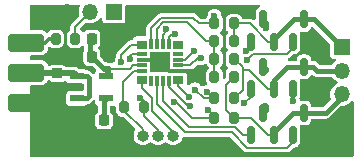
<source format=gbr>
%TF.GenerationSoftware,KiCad,Pcbnew,8.0.4*%
%TF.CreationDate,2024-08-20T23:17:39+09:00*%
%TF.ProjectId,pcb_blheli_s,7063625f-626c-4686-956c-695f732e6b69,rev?*%
%TF.SameCoordinates,Original*%
%TF.FileFunction,Copper,L1,Top*%
%TF.FilePolarity,Positive*%
%FSLAX46Y46*%
G04 Gerber Fmt 4.6, Leading zero omitted, Abs format (unit mm)*
G04 Created by KiCad (PCBNEW 8.0.4) date 2024-08-20 23:17:39*
%MOMM*%
%LPD*%
G01*
G04 APERTURE LIST*
G04 Aperture macros list*
%AMRoundRect*
0 Rectangle with rounded corners*
0 $1 Rounding radius*
0 $2 $3 $4 $5 $6 $7 $8 $9 X,Y pos of 4 corners*
0 Add a 4 corners polygon primitive as box body*
4,1,4,$2,$3,$4,$5,$6,$7,$8,$9,$2,$3,0*
0 Add four circle primitives for the rounded corners*
1,1,$1+$1,$2,$3*
1,1,$1+$1,$4,$5*
1,1,$1+$1,$6,$7*
1,1,$1+$1,$8,$9*
0 Add four rect primitives between the rounded corners*
20,1,$1+$1,$2,$3,$4,$5,0*
20,1,$1+$1,$4,$5,$6,$7,0*
20,1,$1+$1,$6,$7,$8,$9,0*
20,1,$1+$1,$8,$9,$2,$3,0*%
G04 Aperture macros list end*
%TA.AperFunction,SMDPad,CuDef*%
%ADD10RoundRect,0.225000X-0.225000X-0.250000X0.225000X-0.250000X0.225000X0.250000X-0.225000X0.250000X0*%
%TD*%
%TA.AperFunction,CastellatedPad*%
%ADD11RoundRect,0.250000X-1.250000X-0.512000X1.250000X-0.512000X1.250000X0.512000X-1.250000X0.512000X0*%
%TD*%
%TA.AperFunction,ComponentPad*%
%ADD12RoundRect,0.250000X-1.250000X-0.512000X1.250000X-0.512000X1.250000X0.512000X-1.250000X0.512000X0*%
%TD*%
%TA.AperFunction,SMDPad,CuDef*%
%ADD13RoundRect,0.150000X0.150000X-0.587500X0.150000X0.587500X-0.150000X0.587500X-0.150000X-0.587500X0*%
%TD*%
%TA.AperFunction,SMDPad,CuDef*%
%ADD14RoundRect,0.200000X-0.200000X-0.275000X0.200000X-0.275000X0.200000X0.275000X-0.200000X0.275000X0*%
%TD*%
%TA.AperFunction,SMDPad,CuDef*%
%ADD15RoundRect,0.225000X-0.250000X0.225000X-0.250000X-0.225000X0.250000X-0.225000X0.250000X0.225000X0*%
%TD*%
%TA.AperFunction,SMDPad,CuDef*%
%ADD16RoundRect,0.225000X0.225000X0.250000X-0.225000X0.250000X-0.225000X-0.250000X0.225000X-0.250000X0*%
%TD*%
%TA.AperFunction,SMDPad,CuDef*%
%ADD17R,0.900000X0.800000*%
%TD*%
%TA.AperFunction,SMDPad,CuDef*%
%ADD18R,0.900000X0.300000*%
%TD*%
%TA.AperFunction,SMDPad,CuDef*%
%ADD19R,0.300000X0.900000*%
%TD*%
%TA.AperFunction,SMDPad,CuDef*%
%ADD20R,1.800000X1.800000*%
%TD*%
%TA.AperFunction,SMDPad,CuDef*%
%ADD21RoundRect,0.200000X0.200000X0.275000X-0.200000X0.275000X-0.200000X-0.275000X0.200000X-0.275000X0*%
%TD*%
%TA.AperFunction,SMDPad,CuDef*%
%ADD22R,1.200000X0.600000*%
%TD*%
%TA.AperFunction,ComponentPad*%
%ADD23R,1.000000X1.000000*%
%TD*%
%TA.AperFunction,ComponentPad*%
%ADD24O,1.000000X1.000000*%
%TD*%
%TA.AperFunction,ComponentPad*%
%ADD25R,1.350000X1.350000*%
%TD*%
%TA.AperFunction,ComponentPad*%
%ADD26O,1.350000X1.350000*%
%TD*%
%TA.AperFunction,ViaPad*%
%ADD27C,0.600000*%
%TD*%
%TA.AperFunction,Conductor*%
%ADD28C,0.400000*%
%TD*%
%TA.AperFunction,Conductor*%
%ADD29C,0.500000*%
%TD*%
%TA.AperFunction,Conductor*%
%ADD30C,0.300000*%
%TD*%
%TA.AperFunction,Conductor*%
%ADD31C,0.200000*%
%TD*%
%TA.AperFunction,Conductor*%
%ADD32C,0.700000*%
%TD*%
G04 APERTURE END LIST*
D10*
%TO.P,C4,1*%
%TO.N,+3.3V*%
X118825000Y-100400000D03*
%TO.P,C4,2*%
%TO.N,GND*%
X120375000Y-100400000D03*
%TD*%
D11*
%TO.P,J1,1,Pin_1*%
%TO.N,/RC_IN*%
X113300000Y-100720000D03*
D12*
%TO.P,J1,2,Pin_2*%
%TO.N,VDC*%
X113300000Y-103260000D03*
%TO.P,J1,3,Pin_3*%
%TO.N,GND*%
X113300000Y-105800000D03*
%TD*%
D13*
%TO.P,Q6,1,G*%
%TO.N,/COM_C*%
X135850000Y-108537500D03*
%TO.P,Q6,2,S*%
%TO.N,GND*%
X137750000Y-108537500D03*
%TO.P,Q6,3,D*%
%TO.N,Net-(J3-Pin_3)*%
X136800000Y-106662500D03*
%TD*%
D14*
%TO.P,R6,1*%
%TO.N,/MUX_B*%
X129225000Y-105450000D03*
%TO.P,R6,2*%
%TO.N,Net-(J3-Pin_2)*%
X130875000Y-105450000D03*
%TD*%
%TO.P,R8,1*%
%TO.N,/MUX_C*%
X129225000Y-107100000D03*
%TO.P,R8,2*%
%TO.N,Net-(J3-Pin_3)*%
X130875000Y-107100000D03*
%TD*%
D15*
%TO.P,C2,1*%
%TO.N,VDC*%
X115900000Y-103325000D03*
%TO.P,C2,2*%
%TO.N,GND*%
X115900000Y-104875000D03*
%TD*%
D10*
%TO.P,C1,1*%
%TO.N,+3.3V*%
X118825000Y-101900000D03*
%TO.P,C1,2*%
%TO.N,GND*%
X120375000Y-101900000D03*
%TD*%
D16*
%TO.P,C3,1*%
%TO.N,Net-(IC2-NR)*%
X119875000Y-107300000D03*
%TO.P,C3,2*%
%TO.N,GND*%
X118325000Y-107300000D03*
%TD*%
D17*
%TO.P,IC1,1,P0.1*%
%TO.N,/MUX_C*%
X123050000Y-100900000D03*
D18*
%TO.P,IC1,2,P0.0*%
%TO.N,/MUX_B*%
X123050000Y-101650000D03*
%TO.P,IC1,3,GND_1*%
%TO.N,GND*%
X123050000Y-102150000D03*
%TO.P,IC1,4,VDD*%
%TO.N,+3.3V*%
X123050000Y-102650000D03*
%TO.P,IC1,5,RSTB_/_C2CK*%
%TO.N,/C2CK*%
X123050000Y-103150000D03*
D17*
%TO.P,IC1,6,P2.0_/_C2D*%
%TO.N,/C2D*%
X123050000Y-103900000D03*
D19*
%TO.P,IC1,7,P1.6*%
%TO.N,unconnected-(IC1-P1.6-Pad7)*%
X123850000Y-103950000D03*
%TO.P,IC1,8,P1.5*%
%TO.N,/COM_C*%
X124350000Y-103950000D03*
%TO.P,IC1,9,P1.4*%
%TO.N,/PWM_C*%
X124850000Y-103950000D03*
%TO.P,IC1,10,P1.3*%
%TO.N,/COM_B*%
X125350000Y-103950000D03*
D17*
%TO.P,IC1,11,P1.2*%
%TO.N,/PWM_B*%
X126150000Y-103900000D03*
D18*
%TO.P,IC1,12,GND_2*%
%TO.N,GND*%
X126150000Y-103150000D03*
%TO.P,IC1,13,P1.1*%
%TO.N,/COM_A*%
X126150000Y-102650000D03*
%TO.P,IC1,14,P1.0*%
%TO.N,/PWM_A*%
X126150000Y-102150000D03*
%TO.P,IC1,15,P0.7*%
%TO.N,unconnected-(IC1-P0.7-Pad15)*%
X126150000Y-101650000D03*
D17*
%TO.P,IC1,16,P0.6*%
%TO.N,unconnected-(IC1-P0.6-Pad16)*%
X126150000Y-100900000D03*
D19*
%TO.P,IC1,17,P0.5*%
%TO.N,/RX0*%
X125350000Y-100850000D03*
%TO.P,IC1,18,P0.4*%
%TO.N,/TX0*%
X124850000Y-100850000D03*
%TO.P,IC1,19,P0.3*%
%TO.N,/COMP_COM*%
X124350000Y-100850000D03*
%TO.P,IC1,20,P0.2*%
%TO.N,/MUX_A*%
X123850000Y-100850000D03*
D20*
%TO.P,IC1,21,GND_3*%
%TO.N,GND*%
X124600000Y-102400000D03*
%TD*%
D21*
%TO.P,R3,1*%
%TO.N,Net-(J3-Pin_1)*%
X130875000Y-100600000D03*
%TO.P,R3,2*%
%TO.N,/COMP_COM*%
X129225000Y-100600000D03*
%TD*%
%TO.P,R5,1*%
%TO.N,Net-(J3-Pin_2)*%
X130875000Y-102100000D03*
%TO.P,R5,2*%
%TO.N,/COMP_COM*%
X129225000Y-102100000D03*
%TD*%
D22*
%TO.P,IC2,1,VIN*%
%TO.N,VDC*%
X117550000Y-103550000D03*
%TO.P,IC2,2,GND*%
%TO.N,GND*%
X117550000Y-104500000D03*
%TO.P,IC2,3,ENABLE*%
%TO.N,VDC*%
X117550000Y-105450000D03*
%TO.P,IC2,4,NR*%
%TO.N,Net-(IC2-NR)*%
X120050000Y-105450000D03*
%TO.P,IC2,5,VOUT*%
%TO.N,+3.3V*%
X120050000Y-103550000D03*
%TD*%
D21*
%TO.P,R7,1*%
%TO.N,Net-(J3-Pin_3)*%
X130875000Y-103600000D03*
%TO.P,R7,2*%
%TO.N,/COMP_COM*%
X129225000Y-103600000D03*
%TD*%
D23*
%TO.P,J2,1,Pin_1*%
%TO.N,GND*%
X121900000Y-108600000D03*
D24*
%TO.P,J2,2,Pin_2*%
%TO.N,/C2CK*%
X123170000Y-108600000D03*
%TO.P,J2,3,Pin_3*%
%TO.N,+3.3V*%
X124440000Y-108600000D03*
%TO.P,J2,4,Pin_4*%
%TO.N,/C2D*%
X125710000Y-108600000D03*
%TD*%
D13*
%TO.P,Q4,1,G*%
%TO.N,/COM_B*%
X135850000Y-104637500D03*
%TO.P,Q4,2,S*%
%TO.N,GND*%
X137750000Y-104637500D03*
%TO.P,Q4,3,D*%
%TO.N,Net-(J3-Pin_2)*%
X136800000Y-102762500D03*
%TD*%
%TO.P,Q1,1,G*%
%TO.N,/PWM_A*%
X132350000Y-100637500D03*
%TO.P,Q1,2,S*%
%TO.N,Net-(J3-Pin_1)*%
X134250000Y-100637500D03*
%TO.P,Q1,3,D*%
%TO.N,VDC*%
X133300000Y-98762500D03*
%TD*%
D25*
%TO.P,J3,1,Pin_1*%
%TO.N,Net-(J3-Pin_1)*%
X140000000Y-101100000D03*
D26*
%TO.P,J3,2,Pin_2*%
%TO.N,Net-(J3-Pin_2)*%
X140000000Y-103100000D03*
%TO.P,J3,3,Pin_3*%
%TO.N,Net-(J3-Pin_3)*%
X140000000Y-105100000D03*
%TD*%
D13*
%TO.P,Q3,1,G*%
%TO.N,/PWM_B*%
X132350000Y-104637500D03*
%TO.P,Q3,2,S*%
%TO.N,Net-(J3-Pin_2)*%
X134250000Y-104637500D03*
%TO.P,Q3,3,D*%
%TO.N,VDC*%
X133300000Y-102762500D03*
%TD*%
D14*
%TO.P,R4,1*%
%TO.N,/MUX_A*%
X129225000Y-99100000D03*
%TO.P,R4,2*%
%TO.N,Net-(J3-Pin_1)*%
X130875000Y-99100000D03*
%TD*%
D21*
%TO.P,R2,1*%
%TO.N,/RX0*%
X117425000Y-100400000D03*
%TO.P,R2,2*%
%TO.N,/RC_IN*%
X115775000Y-100400000D03*
%TD*%
D13*
%TO.P,Q5,1,G*%
%TO.N,/PWM_C*%
X132350000Y-108537500D03*
%TO.P,Q5,2,S*%
%TO.N,Net-(J3-Pin_3)*%
X134250000Y-108537500D03*
%TO.P,Q5,3,D*%
%TO.N,VDC*%
X133300000Y-106662500D03*
%TD*%
D25*
%TO.P,J4,1,Pin_1*%
%TO.N,/TX0*%
X120700000Y-98100000D03*
D26*
%TO.P,J4,2,Pin_2*%
%TO.N,/RX0*%
X118700000Y-98100000D03*
%TO.P,J4,3,Pin_3*%
%TO.N,GND*%
X116700000Y-98100000D03*
%TD*%
D13*
%TO.P,Q2,1,G*%
%TO.N,/COM_A*%
X135850000Y-100637500D03*
%TO.P,Q2,2,S*%
%TO.N,GND*%
X137750000Y-100637500D03*
%TO.P,Q2,3,D*%
%TO.N,Net-(J3-Pin_1)*%
X136800000Y-98762500D03*
%TD*%
D21*
%TO.P,R1,1*%
%TO.N,+3.3V*%
X123225000Y-106200000D03*
%TO.P,R1,2*%
%TO.N,/C2CK*%
X121575000Y-106200000D03*
%TD*%
D27*
%TO.N,GND*%
X121200000Y-107600000D03*
X128000000Y-109200000D03*
X130200000Y-109200000D03*
X127900000Y-97800000D03*
X128000000Y-103800000D03*
X138400000Y-101000000D03*
X117700000Y-101800000D03*
X128000000Y-103000000D03*
X138400000Y-101700000D03*
X138600000Y-109300000D03*
X132100000Y-98400000D03*
X120286625Y-101050000D03*
X138500000Y-105300000D03*
X138500000Y-104600000D03*
X138600000Y-108600000D03*
%TO.N,+3.3V*%
X122900000Y-105400000D03*
X120250000Y-102950000D03*
%TO.N,VDC*%
X133578989Y-99471011D03*
X133520362Y-106200000D03*
X133578989Y-103000000D03*
%TO.N,/MUX_A*%
X129225000Y-98500000D03*
%TO.N,/COM_B*%
X135850000Y-105650000D03*
X127155554Y-106092809D03*
%TO.N,/PWM_B*%
X127048528Y-105300000D03*
X131759173Y-105873513D03*
%TO.N,/MUX_B*%
X122054275Y-102085704D03*
X128600000Y-104900000D03*
X127576584Y-104699034D03*
%TO.N,/PWM_A*%
X131900000Y-101400000D03*
X127500000Y-101400000D03*
%TO.N,/TX0*%
X125151473Y-99600000D03*
%TO.N,/MUX_C*%
X125775735Y-105724265D03*
X121299192Y-102350000D03*
X128700000Y-106425000D03*
%TO.N,/COM_A*%
X128065687Y-102000000D03*
X132000000Y-102200000D03*
%TO.N,/RX0*%
X125900000Y-99999998D03*
%TD*%
D28*
%TO.N,GND*%
X138400000Y-101287500D02*
X137750000Y-100637500D01*
X138400000Y-101700000D02*
X138400000Y-101287500D01*
%TO.N,Net-(J3-Pin_2)*%
X137900000Y-103100000D02*
X140000000Y-103100000D01*
X137562500Y-102762500D02*
X137900000Y-103100000D01*
X136800000Y-102762500D02*
X137562500Y-102762500D01*
D29*
%TO.N,VDC*%
X115835000Y-103260000D02*
X115900000Y-103325000D01*
X113300000Y-103260000D02*
X115835000Y-103260000D01*
D30*
%TO.N,/RC_IN*%
X114910000Y-100720000D02*
X113938500Y-100720000D01*
X115230000Y-100400000D02*
X114910000Y-100720000D01*
X115775000Y-100400000D02*
X115230000Y-100400000D01*
D31*
%TO.N,/MUX_C*%
X122200000Y-100900000D02*
X123050000Y-100900000D01*
X121299192Y-101800808D02*
X122200000Y-100900000D01*
X121299192Y-102350000D02*
X121299192Y-101800808D01*
%TO.N,/C2D*%
X125710000Y-108310000D02*
X125710000Y-108600000D01*
X123925000Y-106525000D02*
X125710000Y-108310000D01*
X123925000Y-105425000D02*
X123925000Y-106525000D01*
X123050000Y-104550000D02*
X123925000Y-105425000D01*
X123050000Y-103900000D02*
X123050000Y-104550000D01*
%TO.N,/COM_C*%
X135400000Y-109600000D02*
X135850000Y-109150000D01*
X135850000Y-109150000D02*
X135850000Y-108537500D01*
X132000000Y-109600000D02*
X135400000Y-109600000D01*
X126709254Y-108300000D02*
X130700000Y-108300000D01*
X124350000Y-105940746D02*
X126709254Y-108300000D01*
X130700000Y-108300000D02*
X132000000Y-109600000D01*
X124350000Y-103950000D02*
X124350000Y-105940746D01*
%TO.N,/PWM_C*%
X131000000Y-107900000D02*
X131637500Y-108537500D01*
X131637500Y-108537500D02*
X132350000Y-108537500D01*
X127102941Y-107900000D02*
X131000000Y-107900000D01*
X124850000Y-105647059D02*
X127102941Y-107900000D01*
X124850000Y-103950000D02*
X124850000Y-105647059D01*
%TO.N,/MUX_A*%
X127900000Y-99100000D02*
X129225000Y-99100000D01*
X127400000Y-98600000D02*
X127900000Y-99100000D01*
X124737258Y-98600000D02*
X127400000Y-98600000D01*
X123850000Y-99487258D02*
X124737258Y-98600000D01*
X123850000Y-100850000D02*
X123850000Y-99487258D01*
%TO.N,/COMP_COM*%
X128500000Y-100600000D02*
X129225000Y-100600000D01*
X124902944Y-99000000D02*
X126900000Y-99000000D01*
X126900000Y-99000000D02*
X128500000Y-100600000D01*
X124350000Y-100850000D02*
X124350000Y-99552944D01*
X124350000Y-99552944D02*
X124902944Y-99000000D01*
%TO.N,/TX0*%
X125151473Y-99748527D02*
X124850000Y-100050000D01*
X124850000Y-100050000D02*
X124850000Y-100850000D01*
X125151473Y-99600000D02*
X125151473Y-99748527D01*
%TO.N,/RX0*%
X125350000Y-100250000D02*
X125350000Y-100850000D01*
X125600002Y-99999998D02*
X125350000Y-100250000D01*
X125900000Y-99999998D02*
X125600002Y-99999998D01*
%TO.N,/COM_A*%
X135850000Y-101150000D02*
X135850000Y-100637500D01*
X135325000Y-101675000D02*
X135850000Y-101150000D01*
X132525000Y-101675000D02*
X135325000Y-101675000D01*
X132000000Y-102200000D02*
X132525000Y-101675000D01*
D28*
%TO.N,Net-(J3-Pin_2)*%
X135337500Y-102762500D02*
X136800000Y-102762500D01*
X134250000Y-103850000D02*
X135337500Y-102762500D01*
X134250000Y-104637500D02*
X134250000Y-103850000D01*
D31*
%TO.N,Net-(J3-Pin_1)*%
X132259448Y-99100000D02*
X133796948Y-100637500D01*
X133796948Y-100637500D02*
X134250000Y-100637500D01*
X130875000Y-99100000D02*
X132259448Y-99100000D01*
%TO.N,Net-(J3-Pin_2)*%
X133796948Y-104637500D02*
X134250000Y-104637500D01*
X132159448Y-103000000D02*
X133796948Y-104637500D01*
X131600000Y-103000000D02*
X132159448Y-103000000D01*
X131600000Y-103000000D02*
X131600000Y-102825000D01*
X131600000Y-103700000D02*
X131600000Y-103000000D01*
%TO.N,Net-(J3-Pin_3)*%
X132290552Y-107100000D02*
X133728052Y-108537500D01*
X130875000Y-107100000D02*
X132290552Y-107100000D01*
X133728052Y-108537500D02*
X134250000Y-108537500D01*
D28*
X140000000Y-105300000D02*
X140000000Y-105100000D01*
X135837500Y-106662500D02*
X136800000Y-106662500D01*
X136800000Y-106662500D02*
X138637500Y-106662500D01*
X134250000Y-108537500D02*
X134250000Y-108250000D01*
X138637500Y-106662500D02*
X140000000Y-105300000D01*
X134250000Y-108250000D02*
X135837500Y-106662500D01*
D32*
%TO.N,VDC*%
X133520362Y-106442138D02*
X133300000Y-106662500D01*
D28*
X133300000Y-106562500D02*
X133300000Y-106662500D01*
X133250000Y-106512500D02*
X133300000Y-106562500D01*
D32*
X133520362Y-106200000D02*
X133520362Y-106442138D01*
D31*
%TO.N,/COM_B*%
X135850000Y-105650000D02*
X135850000Y-104637500D01*
D28*
%TO.N,VDC*%
X133537500Y-103000000D02*
X133300000Y-102762500D01*
X133578989Y-103000000D02*
X133537500Y-103000000D01*
D31*
%TO.N,/PWM_B*%
X132350000Y-105282686D02*
X132350000Y-104637500D01*
X131759173Y-105873513D02*
X132350000Y-105282686D01*
D28*
%TO.N,Net-(J3-Pin_1)*%
X137662500Y-98762500D02*
X140000000Y-101100000D01*
X136800000Y-98762500D02*
X137662500Y-98762500D01*
X135937500Y-98762500D02*
X136800000Y-98762500D01*
X134250000Y-100637500D02*
X134250000Y-100450000D01*
X134250000Y-100450000D02*
X135937500Y-98762500D01*
%TO.N,VDC*%
X133578989Y-99471011D02*
X133578989Y-99041489D01*
D31*
%TO.N,/PWM_A*%
X132350000Y-100950000D02*
X132350000Y-100637500D01*
X131900000Y-101400000D02*
X132350000Y-100950000D01*
D28*
%TO.N,VDC*%
X133578989Y-99041489D02*
X133300000Y-98762500D01*
D31*
%TO.N,/COM_A*%
X127150000Y-102650000D02*
X126150000Y-102650000D01*
D30*
%TO.N,GND*%
X127850000Y-103150000D02*
X126150000Y-103150000D01*
D31*
%TO.N,/COM_A*%
X128065687Y-102000000D02*
X127800000Y-102000000D01*
%TO.N,/COM_B*%
X125350000Y-104450000D02*
X125350000Y-103950000D01*
%TO.N,/PWM_B*%
X127048528Y-105300000D02*
X126150000Y-104401472D01*
%TO.N,/COM_B*%
X127155554Y-106092809D02*
X126992809Y-106092809D01*
%TO.N,/C2CK*%
X121500000Y-104050000D02*
X122400000Y-103150000D01*
X122400000Y-103150000D02*
X123050000Y-103150000D01*
%TO.N,+3.3V*%
X122334314Y-102650000D02*
X123050000Y-102650000D01*
X122034314Y-102950000D02*
X122334314Y-102650000D01*
X120250000Y-102950000D02*
X122034314Y-102950000D01*
%TO.N,/MUX_B*%
X122250000Y-101650000D02*
X123050000Y-101650000D01*
D30*
%TO.N,GND*%
X123050000Y-102150000D02*
X124350000Y-102150000D01*
D31*
%TO.N,/MUX_B*%
X122054275Y-101845725D02*
X122250000Y-101650000D01*
D30*
%TO.N,GND*%
X126150000Y-103150000D02*
X125350000Y-103150000D01*
X124350000Y-102150000D02*
X124600000Y-102400000D01*
X128000000Y-103000000D02*
X127850000Y-103150000D01*
D31*
%TO.N,/COM_A*%
X127800000Y-102000000D02*
X127150000Y-102650000D01*
%TO.N,/PWM_A*%
X127500000Y-101400000D02*
X126750000Y-102150000D01*
X126750000Y-102150000D02*
X126150000Y-102150000D01*
D30*
%TO.N,GND*%
X125350000Y-103150000D02*
X124600000Y-102400000D01*
D31*
%TO.N,/MUX_B*%
X122054275Y-102085704D02*
X122054275Y-101845725D01*
%TO.N,/C2CK*%
X121500000Y-106125000D02*
X121500000Y-104050000D01*
%TO.N,/COM_B*%
X126992809Y-106092809D02*
X125350000Y-104450000D01*
%TO.N,/C2CK*%
X121575000Y-106200000D02*
X121500000Y-106125000D01*
%TO.N,/PWM_B*%
X126150000Y-104401472D02*
X126150000Y-103900000D01*
D30*
%TO.N,+3.3V*%
X122900000Y-105400000D02*
X123225000Y-105725000D01*
X123225000Y-105725000D02*
X123225000Y-106200000D01*
D28*
%TO.N,Net-(IC2-NR)*%
X119875000Y-107300000D02*
X119875000Y-105625000D01*
X119875000Y-105625000D02*
X120050000Y-105450000D01*
D30*
%TO.N,GND*%
X120286625Y-101050000D02*
X120286625Y-101811625D01*
X120286625Y-101811625D02*
X120375000Y-101900000D01*
D31*
%TO.N,+3.3V*%
X124440000Y-108600000D02*
X124440000Y-108140000D01*
D28*
X118700000Y-100525000D02*
X118700000Y-101775000D01*
X118825000Y-100400000D02*
X118700000Y-100525000D01*
D31*
X123225000Y-106925000D02*
X123225000Y-106200000D01*
D28*
X118700000Y-101775000D02*
X118825000Y-101900000D01*
D29*
X120250000Y-103350000D02*
X120050000Y-103550000D01*
D28*
X119875000Y-102950000D02*
X118825000Y-101900000D01*
D29*
X120250000Y-102950000D02*
X120250000Y-103350000D01*
D31*
X124440000Y-108140000D02*
X123225000Y-106925000D01*
D28*
X120250000Y-102950000D02*
X119875000Y-102950000D01*
%TO.N,VDC*%
X118400000Y-103550000D02*
X118600000Y-103750000D01*
X117550000Y-103550000D02*
X118400000Y-103550000D01*
X118600000Y-103750000D02*
X118600000Y-105250000D01*
X118400000Y-105450000D02*
X117550000Y-105450000D01*
D29*
X117325000Y-103325000D02*
X117550000Y-103550000D01*
D28*
X118600000Y-105250000D02*
X118400000Y-105450000D01*
D29*
X115900000Y-103325000D02*
X117325000Y-103325000D01*
D31*
%TO.N,/MUX_A*%
X129225000Y-99100000D02*
X129225000Y-98500000D01*
%TO.N,/MUX_B*%
X127576584Y-104699034D02*
X128327550Y-105450000D01*
X128675000Y-104900000D02*
X129225000Y-105450000D01*
X128600000Y-104900000D02*
X128675000Y-104900000D01*
X128327550Y-105450000D02*
X129225000Y-105450000D01*
%TO.N,/MUX_C*%
X127314216Y-107100000D02*
X129225000Y-107100000D01*
X129225000Y-106950000D02*
X129225000Y-107100000D01*
X128700000Y-106425000D02*
X129225000Y-106950000D01*
X125938481Y-105724265D02*
X127314216Y-107100000D01*
X125775735Y-105724265D02*
X125938481Y-105724265D01*
%TO.N,/RX0*%
X117425000Y-99375000D02*
X117425000Y-100400000D01*
X118700000Y-98100000D02*
X117425000Y-99375000D01*
%TO.N,/C2CK*%
X123170000Y-108070000D02*
X121575000Y-106475000D01*
X123170000Y-108600000D02*
X123170000Y-108070000D01*
X121575000Y-106475000D02*
X121575000Y-106200000D01*
%TO.N,/COMP_COM*%
X129225000Y-100600000D02*
X129225000Y-103600000D01*
%TO.N,Net-(J3-Pin_2)*%
X130875000Y-105450000D02*
X131600000Y-104725000D01*
X131600000Y-104725000D02*
X131600000Y-103700000D01*
X131600000Y-102825000D02*
X130875000Y-102100000D01*
X130875000Y-102115552D02*
X130875000Y-102100000D01*
%TO.N,Net-(J3-Pin_1)*%
X130875000Y-99100000D02*
X130875000Y-100600000D01*
%TO.N,Net-(J3-Pin_3)*%
X130875000Y-107100000D02*
X130175000Y-106400000D01*
X130175000Y-104300000D02*
X130875000Y-103600000D01*
X130175000Y-106400000D02*
X130175000Y-104300000D01*
%TD*%
%TA.AperFunction,Conductor*%
%TO.N,GND*%
G36*
X115243569Y-103899938D02*
G01*
X115269807Y-103919964D01*
X115274920Y-103925077D01*
X115390023Y-104012363D01*
X115390024Y-104012363D01*
X115390025Y-104012364D01*
X115524410Y-104065359D01*
X115608856Y-104075500D01*
X115608862Y-104075500D01*
X116191138Y-104075500D01*
X116191144Y-104075500D01*
X116275590Y-104065359D01*
X116409975Y-104012364D01*
X116497161Y-103946248D01*
X116562470Y-103921425D01*
X116630834Y-103935852D01*
X116680545Y-103984949D01*
X116685519Y-103994965D01*
X116697794Y-104022765D01*
X116777235Y-104102206D01*
X116880009Y-104147585D01*
X116905135Y-104150500D01*
X117975500Y-104150499D01*
X118042539Y-104170183D01*
X118088294Y-104222987D01*
X118099500Y-104274499D01*
X118099500Y-104725500D01*
X118079815Y-104792539D01*
X118027011Y-104838294D01*
X117975500Y-104849500D01*
X116905143Y-104849500D01*
X116905117Y-104849502D01*
X116880012Y-104852413D01*
X116880008Y-104852415D01*
X116777235Y-104897793D01*
X116697794Y-104977234D01*
X116652415Y-105080006D01*
X116652415Y-105080008D01*
X116649500Y-105105131D01*
X116649500Y-105794856D01*
X116649502Y-105794882D01*
X116652413Y-105819987D01*
X116652415Y-105819991D01*
X116697793Y-105922764D01*
X116697794Y-105922765D01*
X116777235Y-106002206D01*
X116880009Y-106047585D01*
X116905135Y-106050500D01*
X118194864Y-106050499D01*
X118194879Y-106050497D01*
X118194882Y-106050497D01*
X118219987Y-106047586D01*
X118219988Y-106047585D01*
X118219991Y-106047585D01*
X118322765Y-106002206D01*
X118338152Y-105986819D01*
X118399475Y-105953334D01*
X118425833Y-105950500D01*
X118465890Y-105950500D01*
X118465892Y-105950500D01*
X118593186Y-105916392D01*
X118707314Y-105850500D01*
X118937821Y-105619992D01*
X118999142Y-105586509D01*
X119068833Y-105591493D01*
X119124767Y-105633364D01*
X119149184Y-105698829D01*
X119149500Y-105707674D01*
X119149500Y-105794855D01*
X119149502Y-105794882D01*
X119152413Y-105819987D01*
X119152415Y-105819991D01*
X119197793Y-105922764D01*
X119197794Y-105922765D01*
X119277235Y-106002206D01*
X119293757Y-106009501D01*
X119300585Y-106012516D01*
X119353962Y-106057601D01*
X119374490Y-106124387D01*
X119374500Y-106125951D01*
X119374500Y-106537819D01*
X119354815Y-106604858D01*
X119325426Y-106636622D01*
X119274922Y-106674920D01*
X119187636Y-106790023D01*
X119134640Y-106924411D01*
X119132093Y-106945626D01*
X119124500Y-107008856D01*
X119124500Y-107591144D01*
X119127645Y-107617331D01*
X119134640Y-107675588D01*
X119187636Y-107809976D01*
X119274921Y-107925078D01*
X119390023Y-108012363D01*
X119390024Y-108012363D01*
X119390025Y-108012364D01*
X119524410Y-108065359D01*
X119608856Y-108075500D01*
X119608862Y-108075500D01*
X120141138Y-108075500D01*
X120141144Y-108075500D01*
X120225590Y-108065359D01*
X120359975Y-108012364D01*
X120475078Y-107925078D01*
X120562364Y-107809975D01*
X120615359Y-107675590D01*
X120625500Y-107591144D01*
X120625500Y-107008856D01*
X120615359Y-106924410D01*
X120562364Y-106790025D01*
X120562363Y-106790024D01*
X120562363Y-106790023D01*
X120475077Y-106674920D01*
X120424574Y-106636622D01*
X120383051Y-106580429D01*
X120375500Y-106537819D01*
X120375500Y-106174499D01*
X120395185Y-106107460D01*
X120447989Y-106061705D01*
X120499500Y-106050499D01*
X120694856Y-106050499D01*
X120694864Y-106050499D01*
X120694879Y-106050497D01*
X120694882Y-106050497D01*
X120729258Y-106046511D01*
X120729473Y-106048373D01*
X120787788Y-106049530D01*
X120845805Y-106088463D01*
X120873564Y-106152582D01*
X120874500Y-106167791D01*
X120874500Y-106522869D01*
X120874501Y-106522876D01*
X120880908Y-106582483D01*
X120931202Y-106717328D01*
X120931206Y-106717335D01*
X121017452Y-106832544D01*
X121017455Y-106832547D01*
X121132664Y-106918793D01*
X121132671Y-106918797D01*
X121161566Y-106929574D01*
X121267517Y-106969091D01*
X121327127Y-106975500D01*
X121457743Y-106975499D01*
X121524783Y-106995183D01*
X121545425Y-107011818D01*
X122505437Y-107971830D01*
X122538922Y-108033153D01*
X122533938Y-108102845D01*
X122522750Y-108125483D01*
X122444211Y-108250476D01*
X122384631Y-108420745D01*
X122384630Y-108420750D01*
X122364435Y-108599996D01*
X122364435Y-108600003D01*
X122384630Y-108779249D01*
X122384631Y-108779254D01*
X122444211Y-108949523D01*
X122488885Y-109020620D01*
X122540184Y-109102262D01*
X122667738Y-109229816D01*
X122820478Y-109325789D01*
X122855038Y-109337882D01*
X122990745Y-109385368D01*
X122990750Y-109385369D01*
X123169996Y-109405565D01*
X123170000Y-109405565D01*
X123170004Y-109405565D01*
X123349249Y-109385369D01*
X123349252Y-109385368D01*
X123349255Y-109385368D01*
X123519522Y-109325789D01*
X123672262Y-109229816D01*
X123717319Y-109184759D01*
X123778642Y-109151274D01*
X123848334Y-109156258D01*
X123892681Y-109184759D01*
X123937738Y-109229816D01*
X124090478Y-109325789D01*
X124125038Y-109337882D01*
X124260745Y-109385368D01*
X124260750Y-109385369D01*
X124439996Y-109405565D01*
X124440000Y-109405565D01*
X124440004Y-109405565D01*
X124619249Y-109385369D01*
X124619252Y-109385368D01*
X124619255Y-109385368D01*
X124789522Y-109325789D01*
X124942262Y-109229816D01*
X124987319Y-109184759D01*
X125048642Y-109151274D01*
X125118334Y-109156258D01*
X125162681Y-109184759D01*
X125207738Y-109229816D01*
X125360478Y-109325789D01*
X125395038Y-109337882D01*
X125530745Y-109385368D01*
X125530750Y-109385369D01*
X125709996Y-109405565D01*
X125710000Y-109405565D01*
X125710004Y-109405565D01*
X125889249Y-109385369D01*
X125889252Y-109385368D01*
X125889255Y-109385368D01*
X126059522Y-109325789D01*
X126212262Y-109229816D01*
X126339816Y-109102262D01*
X126435789Y-108949522D01*
X126495368Y-108779255D01*
X126495368Y-108779254D01*
X126496378Y-108776369D01*
X126537100Y-108719592D01*
X126602053Y-108693845D01*
X126645512Y-108697548D01*
X126656527Y-108700500D01*
X126761981Y-108700500D01*
X130482745Y-108700500D01*
X130549784Y-108720185D01*
X130570426Y-108736819D01*
X131675179Y-109841571D01*
X131675189Y-109841582D01*
X131679519Y-109845912D01*
X131679520Y-109845913D01*
X131754087Y-109920480D01*
X131845413Y-109973207D01*
X131947273Y-110000501D01*
X131947275Y-110000501D01*
X132060323Y-110000501D01*
X132060339Y-110000500D01*
X135452725Y-110000500D01*
X135452727Y-110000500D01*
X135554588Y-109973207D01*
X135645913Y-109920480D01*
X135954574Y-109611819D01*
X136015897Y-109578334D01*
X136042255Y-109575500D01*
X136054270Y-109575500D01*
X136084699Y-109572646D01*
X136084701Y-109572646D01*
X136148790Y-109550219D01*
X136212882Y-109527793D01*
X136322150Y-109447150D01*
X136402793Y-109337882D01*
X136440607Y-109229816D01*
X136447646Y-109209701D01*
X136447646Y-109209699D01*
X136450500Y-109179269D01*
X136450500Y-107895730D01*
X136447646Y-107865301D01*
X136446845Y-107863011D01*
X136446753Y-107861210D01*
X136446036Y-107857927D01*
X136446579Y-107857808D01*
X136443284Y-107793232D01*
X136478013Y-107732605D01*
X136540007Y-107700378D01*
X136575464Y-107698599D01*
X136595734Y-107700500D01*
X137004270Y-107700500D01*
X137034699Y-107697646D01*
X137034701Y-107697646D01*
X137098790Y-107675219D01*
X137162882Y-107652793D01*
X137272150Y-107572150D01*
X137352793Y-107462882D01*
X137384654Y-107371829D01*
X137397646Y-107334701D01*
X137397646Y-107334699D01*
X137400500Y-107304269D01*
X137400500Y-107287000D01*
X137420185Y-107219961D01*
X137472989Y-107174206D01*
X137524500Y-107163000D01*
X138703390Y-107163000D01*
X138703392Y-107163000D01*
X138830686Y-107128892D01*
X138944814Y-107063000D01*
X139892616Y-106115196D01*
X139953937Y-106081713D01*
X139992449Y-106079476D01*
X140000000Y-106080220D01*
X140191231Y-106061385D01*
X140375114Y-106005605D01*
X140391741Y-105996718D01*
X140505248Y-105936047D01*
X140544581Y-105915023D01*
X140693120Y-105793120D01*
X140732262Y-105745425D01*
X140779647Y-105687687D01*
X140837392Y-105648353D01*
X140907237Y-105646482D01*
X140967005Y-105682669D01*
X140997721Y-105745425D01*
X140999500Y-105766352D01*
X140999500Y-110275500D01*
X140979815Y-110342539D01*
X140927011Y-110388294D01*
X140875500Y-110399500D01*
X113724500Y-110399500D01*
X113657461Y-110379815D01*
X113611706Y-110327011D01*
X113600500Y-110275500D01*
X113600500Y-104446500D01*
X113620185Y-104379461D01*
X113672989Y-104333706D01*
X113724500Y-104322500D01*
X114593097Y-104322500D01*
X114593102Y-104322500D01*
X114681564Y-104311877D01*
X114822342Y-104256361D01*
X114942922Y-104164922D01*
X115034361Y-104044342D01*
X115066772Y-103962153D01*
X115109677Y-103907011D01*
X115175585Y-103883818D01*
X115243569Y-103899938D01*
G37*
%TD.AperFunction*%
%TA.AperFunction,Conductor*%
G36*
X137540204Y-103456163D02*
G01*
X137570690Y-103478504D01*
X137592686Y-103500500D01*
X137688300Y-103555703D01*
X137700734Y-103562882D01*
X137706814Y-103566392D01*
X137834107Y-103600500D01*
X137834108Y-103600500D01*
X139090153Y-103600500D01*
X139157192Y-103620185D01*
X139186006Y-103645835D01*
X139306879Y-103793120D01*
X139455417Y-103915022D01*
X139455424Y-103915027D01*
X139596890Y-103990642D01*
X139646735Y-104039604D01*
X139662195Y-104107742D01*
X139638363Y-104173422D01*
X139596890Y-104209358D01*
X139455424Y-104284972D01*
X139455417Y-104284977D01*
X139306879Y-104406879D01*
X139184977Y-104555417D01*
X139184973Y-104555424D01*
X139094396Y-104724881D01*
X139038614Y-104908770D01*
X139019780Y-105100000D01*
X139038614Y-105291229D01*
X139078098Y-105421390D01*
X139078721Y-105491257D01*
X139047118Y-105545066D01*
X138466505Y-106125681D01*
X138405182Y-106159166D01*
X138378824Y-106162000D01*
X137524500Y-106162000D01*
X137457461Y-106142315D01*
X137411706Y-106089511D01*
X137400500Y-106038000D01*
X137400500Y-106020730D01*
X137397646Y-105990300D01*
X137397646Y-105990298D01*
X137352793Y-105862119D01*
X137352792Y-105862117D01*
X137272150Y-105752850D01*
X137162882Y-105672207D01*
X137162880Y-105672206D01*
X137034700Y-105627353D01*
X137004270Y-105624500D01*
X137004266Y-105624500D01*
X136595734Y-105624500D01*
X136587087Y-105625310D01*
X136572995Y-105626632D01*
X136504411Y-105613290D01*
X136453927Y-105564988D01*
X136438482Y-105519356D01*
X136437902Y-105514951D01*
X136435044Y-105493238D01*
X136425174Y-105469411D01*
X136417705Y-105399944D01*
X136422690Y-105381016D01*
X136447646Y-105309699D01*
X136450500Y-105279266D01*
X136450500Y-103995734D01*
X136450439Y-103995087D01*
X136447646Y-103965301D01*
X136446845Y-103963011D01*
X136446753Y-103961210D01*
X136446036Y-103957927D01*
X136446579Y-103957808D01*
X136443284Y-103893232D01*
X136478013Y-103832605D01*
X136540007Y-103800378D01*
X136575464Y-103798599D01*
X136595734Y-103800500D01*
X137004270Y-103800500D01*
X137034699Y-103797646D01*
X137034701Y-103797646D01*
X137109509Y-103771469D01*
X137162882Y-103752793D01*
X137272150Y-103672150D01*
X137352793Y-103562882D01*
X137365968Y-103525230D01*
X137406690Y-103468454D01*
X137471642Y-103442707D01*
X137540204Y-103456163D01*
G37*
%TD.AperFunction*%
%TA.AperFunction,Conductor*%
G36*
X128507519Y-102509244D02*
G01*
X128557512Y-102558054D01*
X128565581Y-102575445D01*
X128581203Y-102617329D01*
X128581206Y-102617335D01*
X128667452Y-102732544D01*
X128667453Y-102732544D01*
X128667454Y-102732546D01*
X128691575Y-102750603D01*
X128691750Y-102750734D01*
X128733620Y-102806668D01*
X128738604Y-102876360D01*
X128705118Y-102937683D01*
X128691750Y-102949266D01*
X128667452Y-102967455D01*
X128581206Y-103082664D01*
X128581202Y-103082671D01*
X128530910Y-103217513D01*
X128530909Y-103217517D01*
X128524500Y-103277127D01*
X128524500Y-103277134D01*
X128524500Y-103277135D01*
X128524500Y-103922870D01*
X128524501Y-103922876D01*
X128530908Y-103982483D01*
X128581202Y-104117328D01*
X128585454Y-104125114D01*
X128582397Y-104126783D01*
X128600957Y-104176632D01*
X128586066Y-104244896D01*
X128536632Y-104294273D01*
X128493454Y-104308344D01*
X128443238Y-104314956D01*
X128443237Y-104314956D01*
X128297158Y-104375464D01*
X128262132Y-104402340D01*
X128196962Y-104427533D01*
X128128518Y-104413494D01*
X128088273Y-104379451D01*
X128007741Y-104274499D01*
X128004867Y-104270753D01*
X127974267Y-104247273D01*
X127879425Y-104174498D01*
X127876827Y-104173422D01*
X127733346Y-104113990D01*
X127733344Y-104113989D01*
X127576585Y-104093352D01*
X127576583Y-104093352D01*
X127419823Y-104113989D01*
X127419821Y-104113990D01*
X127273744Y-104174497D01*
X127273743Y-104174498D01*
X127148302Y-104270752D01*
X127148300Y-104270753D01*
X127148299Y-104270755D01*
X127122873Y-104303890D01*
X127066445Y-104345092D01*
X126996699Y-104349245D01*
X126935779Y-104315032D01*
X126903027Y-104253314D01*
X126900499Y-104228410D01*
X126900499Y-103455136D01*
X126899058Y-103442707D01*
X126897586Y-103430012D01*
X126897585Y-103430010D01*
X126897585Y-103430009D01*
X126852206Y-103327235D01*
X126787152Y-103262181D01*
X126753667Y-103200858D01*
X126758651Y-103131166D01*
X126800523Y-103075233D01*
X126865987Y-103050816D01*
X126874833Y-103050500D01*
X127202725Y-103050500D01*
X127202727Y-103050500D01*
X127304588Y-103023207D01*
X127395913Y-102970480D01*
X127760129Y-102606262D01*
X127821450Y-102572779D01*
X127891141Y-102577763D01*
X127895239Y-102579374D01*
X127908925Y-102585044D01*
X128049349Y-102603531D01*
X128065686Y-102605682D01*
X128065687Y-102605682D01*
X128065688Y-102605682D01*
X128117941Y-102598802D01*
X128222449Y-102585044D01*
X128368528Y-102524536D01*
X128373909Y-102520406D01*
X128439074Y-102495210D01*
X128507519Y-102509244D01*
G37*
%TD.AperFunction*%
%TA.AperFunction,Conductor*%
G36*
X133050839Y-97520185D02*
G01*
X133096594Y-97572989D01*
X133106538Y-97642147D01*
X133077513Y-97705703D01*
X133024755Y-97741541D01*
X132937119Y-97772206D01*
X132937117Y-97772207D01*
X132827850Y-97852850D01*
X132747207Y-97962117D01*
X132747206Y-97962119D01*
X132702353Y-98090298D01*
X132702353Y-98090300D01*
X132699500Y-98120730D01*
X132699500Y-98677041D01*
X132679815Y-98744080D01*
X132627011Y-98789835D01*
X132557853Y-98799779D01*
X132513768Y-98781211D01*
X132512399Y-98783584D01*
X132505362Y-98779521D01*
X132505361Y-98779520D01*
X132443978Y-98744080D01*
X132414037Y-98726793D01*
X132363105Y-98713146D01*
X132312175Y-98699500D01*
X132312174Y-98699500D01*
X131648467Y-98699500D01*
X131581428Y-98679815D01*
X131535673Y-98627011D01*
X131532285Y-98618834D01*
X131518796Y-98582669D01*
X131518793Y-98582664D01*
X131432547Y-98467455D01*
X131432544Y-98467452D01*
X131317335Y-98381206D01*
X131317328Y-98381202D01*
X131182486Y-98330910D01*
X131182485Y-98330909D01*
X131182483Y-98330909D01*
X131122873Y-98324500D01*
X131122863Y-98324500D01*
X130627129Y-98324500D01*
X130627123Y-98324501D01*
X130567516Y-98330908D01*
X130432671Y-98381202D01*
X130432664Y-98381206D01*
X130317455Y-98467452D01*
X130317452Y-98467455D01*
X130231206Y-98582664D01*
X130231202Y-98582671D01*
X130181862Y-98714961D01*
X130180909Y-98717517D01*
X130174500Y-98777127D01*
X130174500Y-98777134D01*
X130174500Y-98777135D01*
X130174500Y-99422870D01*
X130174501Y-99422876D01*
X130180908Y-99482483D01*
X130231202Y-99617328D01*
X130231206Y-99617335D01*
X130317452Y-99732544D01*
X130317453Y-99732544D01*
X130317454Y-99732546D01*
X130341575Y-99750603D01*
X130341750Y-99750734D01*
X130383620Y-99806668D01*
X130388604Y-99876360D01*
X130355118Y-99937683D01*
X130341750Y-99949266D01*
X130317452Y-99967455D01*
X130231206Y-100082664D01*
X130231202Y-100082671D01*
X130180910Y-100217513D01*
X130180909Y-100217517D01*
X130174500Y-100277127D01*
X130174500Y-100277134D01*
X130174500Y-100277135D01*
X130174500Y-100922870D01*
X130174501Y-100922876D01*
X130180908Y-100982483D01*
X130231202Y-101117328D01*
X130231206Y-101117335D01*
X130317452Y-101232544D01*
X130317453Y-101232544D01*
X130317454Y-101232546D01*
X130331737Y-101243238D01*
X130341750Y-101250734D01*
X130383620Y-101306668D01*
X130388604Y-101376360D01*
X130355118Y-101437683D01*
X130341750Y-101449266D01*
X130317452Y-101467455D01*
X130231206Y-101582664D01*
X130231202Y-101582671D01*
X130181340Y-101716361D01*
X130180909Y-101717517D01*
X130174500Y-101777127D01*
X130174500Y-101777134D01*
X130174500Y-101777135D01*
X130174500Y-102422870D01*
X130174501Y-102422876D01*
X130180908Y-102482483D01*
X130231202Y-102617328D01*
X130231206Y-102617335D01*
X130317452Y-102732544D01*
X130317453Y-102732544D01*
X130317454Y-102732546D01*
X130341575Y-102750603D01*
X130341750Y-102750734D01*
X130383620Y-102806668D01*
X130388604Y-102876360D01*
X130355118Y-102937683D01*
X130341750Y-102949266D01*
X130317452Y-102967455D01*
X130231206Y-103082664D01*
X130231202Y-103082671D01*
X130180908Y-103217517D01*
X130175714Y-103265834D01*
X130174501Y-103277123D01*
X130174500Y-103277135D01*
X130174500Y-103682744D01*
X130154815Y-103749783D01*
X130138137Y-103770469D01*
X130137136Y-103771469D01*
X130075797Y-103804923D01*
X130006107Y-103799904D01*
X129950195Y-103758005D01*
X129925811Y-103692528D01*
X129925499Y-103683761D01*
X129925499Y-103277128D01*
X129919091Y-103217517D01*
X129918400Y-103215665D01*
X129868797Y-103082671D01*
X129868793Y-103082664D01*
X129782547Y-102967455D01*
X129782546Y-102967454D01*
X129758250Y-102949266D01*
X129716379Y-102893334D01*
X129711395Y-102823642D01*
X129744880Y-102762319D01*
X129758251Y-102750733D01*
X129782546Y-102732546D01*
X129868796Y-102617331D01*
X129919091Y-102482483D01*
X129925500Y-102422873D01*
X129925499Y-101777128D01*
X129919091Y-101717517D01*
X129918659Y-101716360D01*
X129868797Y-101582671D01*
X129868793Y-101582664D01*
X129782547Y-101467455D01*
X129782546Y-101467454D01*
X129758251Y-101449267D01*
X129716379Y-101393334D01*
X129711395Y-101323642D01*
X129744880Y-101262319D01*
X129758251Y-101250733D01*
X129760828Y-101248804D01*
X129782546Y-101232546D01*
X129868796Y-101117331D01*
X129919091Y-100982483D01*
X129925500Y-100922873D01*
X129925499Y-100277128D01*
X129919091Y-100217517D01*
X129913458Y-100202415D01*
X129868797Y-100082671D01*
X129868793Y-100082664D01*
X129782547Y-99967455D01*
X129782546Y-99967454D01*
X129774205Y-99961210D01*
X129758250Y-99949266D01*
X129716379Y-99893334D01*
X129711395Y-99823642D01*
X129744880Y-99762319D01*
X129758251Y-99750733D01*
X129782546Y-99732546D01*
X129868796Y-99617331D01*
X129919091Y-99482483D01*
X129925500Y-99422873D01*
X129925499Y-98777128D01*
X129919091Y-98717517D01*
X129912253Y-98699184D01*
X129868797Y-98582671D01*
X129868794Y-98582665D01*
X129855192Y-98564495D01*
X129831521Y-98506371D01*
X129810044Y-98343239D01*
X129810044Y-98343238D01*
X129749536Y-98197159D01*
X129653282Y-98071718D01*
X129527841Y-97975464D01*
X129495623Y-97962119D01*
X129381762Y-97914956D01*
X129381760Y-97914955D01*
X129225001Y-97894318D01*
X129224999Y-97894318D01*
X129068239Y-97914955D01*
X129068237Y-97914956D01*
X128922160Y-97975463D01*
X128796718Y-98071718D01*
X128700463Y-98197160D01*
X128639956Y-98343237D01*
X128639956Y-98343239D01*
X128618478Y-98506372D01*
X128594810Y-98564491D01*
X128581207Y-98582664D01*
X128581201Y-98582674D01*
X128567716Y-98618832D01*
X128525846Y-98674766D01*
X128460381Y-98699184D01*
X128451534Y-98699500D01*
X128117254Y-98699500D01*
X128050215Y-98679815D01*
X128029573Y-98663181D01*
X127841506Y-98475114D01*
X127645913Y-98279520D01*
X127581473Y-98242315D01*
X127554589Y-98226793D01*
X127473399Y-98205039D01*
X127452727Y-98199500D01*
X124789985Y-98199500D01*
X124684531Y-98199500D01*
X124582668Y-98226793D01*
X124491345Y-98279520D01*
X124491342Y-98279522D01*
X123529522Y-99241342D01*
X123529520Y-99241345D01*
X123476793Y-99332668D01*
X123469174Y-99361103D01*
X123465365Y-99375320D01*
X123465365Y-99375321D01*
X123465364Y-99375320D01*
X123449500Y-99434529D01*
X123449500Y-100075500D01*
X123429815Y-100142539D01*
X123377011Y-100188294D01*
X123325500Y-100199500D01*
X122555143Y-100199500D01*
X122555117Y-100199502D01*
X122530012Y-100202413D01*
X122530008Y-100202415D01*
X122427235Y-100247793D01*
X122347794Y-100327234D01*
X122304367Y-100425587D01*
X122259281Y-100478963D01*
X122192495Y-100499490D01*
X122190933Y-100499500D01*
X122147273Y-100499500D01*
X122045410Y-100526793D01*
X121954087Y-100579520D01*
X121954084Y-100579522D01*
X120978714Y-101554892D01*
X120978712Y-101554895D01*
X120936625Y-101627792D01*
X120925985Y-101646220D01*
X120905010Y-101724500D01*
X120902482Y-101733932D01*
X120898692Y-101748078D01*
X120898692Y-101843419D01*
X120879007Y-101910458D01*
X120873068Y-101918905D01*
X120774656Y-102047157D01*
X120714148Y-102193237D01*
X120714148Y-102193238D01*
X120697907Y-102316598D01*
X120669640Y-102380494D01*
X120611316Y-102418965D01*
X120541451Y-102419796D01*
X120527516Y-102414973D01*
X120406765Y-102364957D01*
X120406760Y-102364955D01*
X120250001Y-102344318D01*
X120249999Y-102344318D01*
X120093239Y-102364955D01*
X120087092Y-102366603D01*
X120017242Y-102364938D01*
X119967321Y-102334508D01*
X119800575Y-102167762D01*
X119611819Y-101979005D01*
X119578334Y-101917682D01*
X119575500Y-101891324D01*
X119575500Y-101608862D01*
X119575500Y-101608856D01*
X119565359Y-101524410D01*
X119512364Y-101390025D01*
X119512363Y-101390024D01*
X119512363Y-101390023D01*
X119425078Y-101274921D01*
X119390637Y-101248804D01*
X119349113Y-101192611D01*
X119344562Y-101122890D01*
X119378427Y-101061776D01*
X119390637Y-101051196D01*
X119425078Y-101025078D01*
X119504398Y-100920480D01*
X119512364Y-100909975D01*
X119565359Y-100775590D01*
X119575500Y-100691144D01*
X119575500Y-100108856D01*
X119565359Y-100024410D01*
X119512364Y-99890025D01*
X119512363Y-99890024D01*
X119512363Y-99890023D01*
X119425078Y-99774921D01*
X119309976Y-99687636D01*
X119175588Y-99634640D01*
X119132242Y-99629435D01*
X119091144Y-99624500D01*
X118558856Y-99624500D01*
X118520841Y-99629065D01*
X118474411Y-99634640D01*
X118340023Y-99687636D01*
X118224922Y-99774921D01*
X118205207Y-99800919D01*
X118149013Y-99842441D01*
X118079292Y-99846992D01*
X118018179Y-99813126D01*
X118007138Y-99800305D01*
X118005861Y-99798599D01*
X117982546Y-99767454D01*
X117982544Y-99767452D01*
X117982543Y-99767451D01*
X117877725Y-99688984D01*
X117835854Y-99633050D01*
X117830870Y-99563359D01*
X117864353Y-99502039D01*
X118299879Y-99066512D01*
X118361200Y-99033029D01*
X118423554Y-99035535D01*
X118508766Y-99061384D01*
X118508768Y-99061385D01*
X118525914Y-99063073D01*
X118700000Y-99080220D01*
X118891231Y-99061385D01*
X119075114Y-99005605D01*
X119244581Y-98915023D01*
X119393120Y-98793120D01*
X119504648Y-98657222D01*
X119562392Y-98617889D01*
X119632236Y-98616018D01*
X119692005Y-98652205D01*
X119722721Y-98714961D01*
X119724500Y-98735887D01*
X119724500Y-98819855D01*
X119724502Y-98819882D01*
X119727413Y-98844987D01*
X119727415Y-98844991D01*
X119772793Y-98947764D01*
X119772794Y-98947765D01*
X119852235Y-99027206D01*
X119955009Y-99072585D01*
X119980135Y-99075500D01*
X121419864Y-99075499D01*
X121419879Y-99075497D01*
X121419882Y-99075497D01*
X121444987Y-99072586D01*
X121444988Y-99072585D01*
X121444991Y-99072585D01*
X121547765Y-99027206D01*
X121627206Y-98947765D01*
X121672585Y-98844991D01*
X121675500Y-98819865D01*
X121675499Y-97624499D01*
X121695184Y-97557461D01*
X121747987Y-97511706D01*
X121799499Y-97500500D01*
X132983800Y-97500500D01*
X133050839Y-97520185D01*
G37*
%TD.AperFunction*%
%TA.AperFunction,Conductor*%
G36*
X117774489Y-97520185D02*
G01*
X117820244Y-97572989D01*
X117830188Y-97642147D01*
X117816808Y-97682953D01*
X117794396Y-97724881D01*
X117738614Y-97908770D01*
X117719780Y-98100000D01*
X117738614Y-98291229D01*
X117764464Y-98376445D01*
X117765087Y-98446312D01*
X117733484Y-98500121D01*
X117104522Y-99129084D01*
X117104520Y-99129087D01*
X117051793Y-99220412D01*
X117040382Y-99263000D01*
X117031229Y-99297160D01*
X117024500Y-99322274D01*
X117024500Y-99587819D01*
X117004815Y-99654858D01*
X116974812Y-99687085D01*
X116867452Y-99767455D01*
X116781206Y-99882664D01*
X116781202Y-99882671D01*
X116730910Y-100017513D01*
X116730909Y-100017517D01*
X116724500Y-100077127D01*
X116724500Y-100077134D01*
X116724500Y-100077135D01*
X116724500Y-100722870D01*
X116724501Y-100722876D01*
X116730908Y-100782483D01*
X116781202Y-100917328D01*
X116781206Y-100917335D01*
X116867452Y-101032544D01*
X116867455Y-101032547D01*
X116982664Y-101118793D01*
X116982671Y-101118797D01*
X117020068Y-101132745D01*
X117117517Y-101169091D01*
X117177127Y-101175500D01*
X117672872Y-101175499D01*
X117732483Y-101169091D01*
X117867331Y-101118796D01*
X117982546Y-101032546D01*
X117982548Y-101032542D01*
X117987819Y-101027273D01*
X118049142Y-100993788D01*
X118118834Y-100998772D01*
X118174767Y-101040644D01*
X118199184Y-101106108D01*
X118199500Y-101114954D01*
X118199500Y-101266745D01*
X118179815Y-101333784D01*
X118174304Y-101341670D01*
X118137636Y-101390023D01*
X118084640Y-101524411D01*
X118079811Y-101564630D01*
X118074500Y-101608856D01*
X118074500Y-102191144D01*
X118077623Y-102217147D01*
X118084640Y-102275588D01*
X118137636Y-102409976D01*
X118224921Y-102525078D01*
X118340023Y-102612363D01*
X118340024Y-102612363D01*
X118340025Y-102612364D01*
X118474410Y-102665359D01*
X118558856Y-102675500D01*
X118841324Y-102675500D01*
X118908363Y-102695185D01*
X118929005Y-102711819D01*
X119167327Y-102950141D01*
X119200812Y-103011464D01*
X119195828Y-103081156D01*
X119193081Y-103087907D01*
X119152415Y-103180006D01*
X119152415Y-103180008D01*
X119149500Y-103205131D01*
X119149500Y-103292324D01*
X119129815Y-103359363D01*
X119077011Y-103405118D01*
X119007853Y-103415062D01*
X118944297Y-103386037D01*
X118937819Y-103380005D01*
X118707316Y-103149502D01*
X118707314Y-103149500D01*
X118617395Y-103097585D01*
X118593187Y-103083608D01*
X118529539Y-103066554D01*
X118465892Y-103049500D01*
X118465891Y-103049500D01*
X118425833Y-103049500D01*
X118358794Y-103029815D01*
X118338152Y-103013181D01*
X118322765Y-102997794D01*
X118219992Y-102952415D01*
X118194868Y-102949500D01*
X118194865Y-102949500D01*
X117779387Y-102949500D01*
X117712348Y-102929815D01*
X117691706Y-102913181D01*
X117663016Y-102884491D01*
X117663015Y-102884490D01*
X117537485Y-102812016D01*
X117513846Y-102805682D01*
X117513842Y-102805681D01*
X117513841Y-102805680D01*
X117431067Y-102783501D01*
X117397475Y-102774500D01*
X117397474Y-102774500D01*
X116624263Y-102774500D01*
X116557224Y-102754815D01*
X116531227Y-102730761D01*
X116531072Y-102730917D01*
X116527080Y-102726925D01*
X116525460Y-102725426D01*
X116525078Y-102724922D01*
X116525031Y-102724886D01*
X116409976Y-102637636D01*
X116275588Y-102584640D01*
X116231814Y-102579384D01*
X116191144Y-102574500D01*
X115608856Y-102574500D01*
X115570841Y-102579065D01*
X115524411Y-102584640D01*
X115390023Y-102637636D01*
X115328486Y-102684303D01*
X115263175Y-102709127D01*
X115253560Y-102709500D01*
X115209957Y-102709500D01*
X115142918Y-102689815D01*
X115097163Y-102637011D01*
X115090382Y-102617718D01*
X115089877Y-102616438D01*
X115089877Y-102616436D01*
X115034361Y-102475658D01*
X115034360Y-102475657D01*
X115034360Y-102475656D01*
X114942922Y-102355077D01*
X114822343Y-102263639D01*
X114681561Y-102208122D01*
X114634031Y-102202415D01*
X114593102Y-102197500D01*
X114593097Y-102197500D01*
X113724500Y-102197500D01*
X113657461Y-102177815D01*
X113611706Y-102125011D01*
X113600500Y-102073500D01*
X113600500Y-101906500D01*
X113620185Y-101839461D01*
X113672989Y-101793706D01*
X113724500Y-101782500D01*
X114593097Y-101782500D01*
X114593102Y-101782500D01*
X114681564Y-101771877D01*
X114822342Y-101716361D01*
X114942922Y-101624922D01*
X115034361Y-101504342D01*
X115089877Y-101363564D01*
X115100500Y-101275102D01*
X115100500Y-101201798D01*
X115120185Y-101134759D01*
X115162494Y-101094414D01*
X115169346Y-101090458D01*
X115237244Y-101073984D01*
X115303272Y-101096834D01*
X115305658Y-101098576D01*
X115332669Y-101118796D01*
X115332671Y-101118797D01*
X115370068Y-101132745D01*
X115467517Y-101169091D01*
X115527127Y-101175500D01*
X116022872Y-101175499D01*
X116082483Y-101169091D01*
X116217331Y-101118796D01*
X116332546Y-101032546D01*
X116418796Y-100917331D01*
X116469091Y-100782483D01*
X116475500Y-100722873D01*
X116475499Y-100077128D01*
X116469091Y-100017517D01*
X116462557Y-99999999D01*
X116418797Y-99882671D01*
X116418793Y-99882664D01*
X116332547Y-99767455D01*
X116332544Y-99767452D01*
X116217335Y-99681206D01*
X116217328Y-99681202D01*
X116082486Y-99630910D01*
X116082485Y-99630909D01*
X116082483Y-99630909D01*
X116022873Y-99624500D01*
X116022863Y-99624500D01*
X115527129Y-99624500D01*
X115527123Y-99624501D01*
X115467516Y-99630908D01*
X115332671Y-99681202D01*
X115332664Y-99681206D01*
X115217455Y-99767452D01*
X115161760Y-99841851D01*
X115105826Y-99883721D01*
X115036134Y-99888705D01*
X114974812Y-99855219D01*
X114963690Y-99842464D01*
X114942922Y-99815077D01*
X114822343Y-99723639D01*
X114714730Y-99681202D01*
X114681564Y-99668123D01*
X114681563Y-99668122D01*
X114681561Y-99668122D01*
X114635926Y-99662642D01*
X114593102Y-99657500D01*
X114593097Y-99657500D01*
X113724500Y-99657500D01*
X113657461Y-99637815D01*
X113611706Y-99585011D01*
X113600500Y-99533500D01*
X113600500Y-97624500D01*
X113620185Y-97557461D01*
X113672989Y-97511706D01*
X113724500Y-97500500D01*
X117707450Y-97500500D01*
X117774489Y-97520185D01*
G37*
%TD.AperFunction*%
%TA.AperFunction,Conductor*%
G36*
X125130007Y-101597584D02*
G01*
X125130009Y-101597585D01*
X125155135Y-101600500D01*
X125275500Y-101600499D01*
X125342539Y-101620183D01*
X125388294Y-101672987D01*
X125399500Y-101724498D01*
X125399500Y-101844857D01*
X125399502Y-101844880D01*
X125403489Y-101879257D01*
X125401726Y-101879461D01*
X125401726Y-101920540D01*
X125403490Y-101920745D01*
X125399500Y-101955131D01*
X125399500Y-102344856D01*
X125399502Y-102344882D01*
X125403489Y-102379258D01*
X125401726Y-102379462D01*
X125401726Y-102420540D01*
X125403490Y-102420745D01*
X125399500Y-102455131D01*
X125399500Y-102844856D01*
X125399502Y-102844882D01*
X125402413Y-102869987D01*
X125402415Y-102869991D01*
X125447793Y-102972764D01*
X125462848Y-102987819D01*
X125496333Y-103049142D01*
X125491349Y-103118834D01*
X125449477Y-103174767D01*
X125384013Y-103199184D01*
X125375168Y-103199500D01*
X125155143Y-103199500D01*
X125155117Y-103199502D01*
X125120742Y-103203489D01*
X125120537Y-103201727D01*
X125079459Y-103201725D01*
X125079255Y-103203490D01*
X125069991Y-103202415D01*
X125044865Y-103199500D01*
X124655143Y-103199500D01*
X124655117Y-103199502D01*
X124620742Y-103203489D01*
X124620537Y-103201727D01*
X124579459Y-103201725D01*
X124579255Y-103203490D01*
X124569991Y-103202415D01*
X124544865Y-103199500D01*
X124155143Y-103199500D01*
X124155117Y-103199502D01*
X124120742Y-103203489D01*
X124120537Y-103201727D01*
X124079459Y-103201725D01*
X124079255Y-103203490D01*
X124069991Y-103202415D01*
X124064044Y-103201725D01*
X124044868Y-103199500D01*
X124044865Y-103199500D01*
X123924499Y-103199500D01*
X123857460Y-103179815D01*
X123811705Y-103127011D01*
X123800499Y-103075500D01*
X123800499Y-102955143D01*
X123800499Y-102955136D01*
X123800497Y-102955117D01*
X123796511Y-102920742D01*
X123798280Y-102920536D01*
X123798282Y-102879460D01*
X123796510Y-102879255D01*
X123799904Y-102850000D01*
X123800500Y-102844865D01*
X123800499Y-102455136D01*
X123798007Y-102433647D01*
X123797586Y-102430012D01*
X123797585Y-102430010D01*
X123797585Y-102430009D01*
X123752206Y-102327235D01*
X123672765Y-102247794D01*
X123664640Y-102239669D01*
X123667058Y-102237250D01*
X123635165Y-102198190D01*
X123627249Y-102128770D01*
X123658121Y-102066090D01*
X123664699Y-102060390D01*
X123664640Y-102060331D01*
X123697766Y-102027205D01*
X123752206Y-101972765D01*
X123797585Y-101869991D01*
X123800500Y-101844865D01*
X123800500Y-101724498D01*
X123820185Y-101657460D01*
X123872989Y-101611705D01*
X123924500Y-101600499D01*
X124044856Y-101600499D01*
X124044864Y-101600499D01*
X124044879Y-101600497D01*
X124044882Y-101600497D01*
X124079258Y-101596511D01*
X124079463Y-101598281D01*
X124120540Y-101598281D01*
X124120745Y-101596510D01*
X124130007Y-101597584D01*
X124130009Y-101597585D01*
X124155135Y-101600500D01*
X124544864Y-101600499D01*
X124544879Y-101600497D01*
X124544882Y-101600497D01*
X124579258Y-101596511D01*
X124579463Y-101598281D01*
X124620540Y-101598281D01*
X124620745Y-101596510D01*
X124630007Y-101597584D01*
X124630009Y-101597585D01*
X124655135Y-101600500D01*
X125044864Y-101600499D01*
X125044879Y-101600497D01*
X125044882Y-101600497D01*
X125079258Y-101596511D01*
X125079463Y-101598281D01*
X125120540Y-101598281D01*
X125120745Y-101596510D01*
X125130007Y-101597584D01*
G37*
%TD.AperFunction*%
%TA.AperFunction,Conductor*%
G36*
X137566124Y-99382084D02*
G01*
X137596611Y-99404425D01*
X138988181Y-100795994D01*
X139021666Y-100857317D01*
X139024500Y-100883675D01*
X139024500Y-101819856D01*
X139024502Y-101819882D01*
X139027413Y-101844987D01*
X139027415Y-101844991D01*
X139072793Y-101947764D01*
X139072794Y-101947765D01*
X139152235Y-102027206D01*
X139255009Y-102072585D01*
X139280135Y-102075500D01*
X139364112Y-102075499D01*
X139431148Y-102095183D01*
X139476904Y-102147986D01*
X139486848Y-102217145D01*
X139457824Y-102280701D01*
X139442775Y-102295352D01*
X139306879Y-102406879D01*
X139186006Y-102554165D01*
X139128261Y-102593499D01*
X139090153Y-102599500D01*
X138158676Y-102599500D01*
X138091637Y-102579815D01*
X138070995Y-102563181D01*
X137869816Y-102362002D01*
X137869814Y-102362000D01*
X137774356Y-102306887D01*
X137755687Y-102296108D01*
X137679111Y-102275590D01*
X137628392Y-102262000D01*
X137628391Y-102262000D01*
X137524500Y-102262000D01*
X137457461Y-102242315D01*
X137411706Y-102189511D01*
X137400500Y-102138000D01*
X137400500Y-102120730D01*
X137397646Y-102090300D01*
X137397646Y-102090298D01*
X137358702Y-101979005D01*
X137352793Y-101962118D01*
X137272150Y-101852850D01*
X137162882Y-101772207D01*
X137162880Y-101772206D01*
X137034700Y-101727353D01*
X137004270Y-101724500D01*
X137004266Y-101724500D01*
X136595734Y-101724500D01*
X136595730Y-101724500D01*
X136565300Y-101727353D01*
X136565298Y-101727353D01*
X136437119Y-101772206D01*
X136437117Y-101772207D01*
X136327850Y-101852850D01*
X136247207Y-101962117D01*
X136247206Y-101962119D01*
X136202353Y-102090298D01*
X136202353Y-102090300D01*
X136199500Y-102120730D01*
X136199500Y-102138000D01*
X136179815Y-102205039D01*
X136127011Y-102250794D01*
X136075500Y-102262000D01*
X135572062Y-102262000D01*
X135505023Y-102242315D01*
X135459268Y-102189511D01*
X135449324Y-102120353D01*
X135478349Y-102056797D01*
X135510061Y-102030613D01*
X135570913Y-101995480D01*
X135854574Y-101711819D01*
X135915897Y-101678334D01*
X135942255Y-101675500D01*
X136054270Y-101675500D01*
X136084699Y-101672646D01*
X136084701Y-101672646D01*
X136160226Y-101646218D01*
X136212882Y-101627793D01*
X136322150Y-101547150D01*
X136402793Y-101437882D01*
X136439004Y-101334397D01*
X136447646Y-101309701D01*
X136447646Y-101309699D01*
X136450500Y-101279269D01*
X136450500Y-99995730D01*
X136447646Y-99965301D01*
X136446845Y-99963011D01*
X136446753Y-99961210D01*
X136446036Y-99957927D01*
X136446579Y-99957808D01*
X136443284Y-99893232D01*
X136478013Y-99832605D01*
X136540007Y-99800378D01*
X136575464Y-99798599D01*
X136595734Y-99800500D01*
X137004270Y-99800500D01*
X137034699Y-99797646D01*
X137034701Y-99797646D01*
X137120980Y-99767455D01*
X137162882Y-99752793D01*
X137272150Y-99672150D01*
X137352793Y-99562882D01*
X137391889Y-99451149D01*
X137432610Y-99394375D01*
X137497563Y-99368628D01*
X137566124Y-99382084D01*
G37*
%TD.AperFunction*%
%TD*%
M02*

</source>
